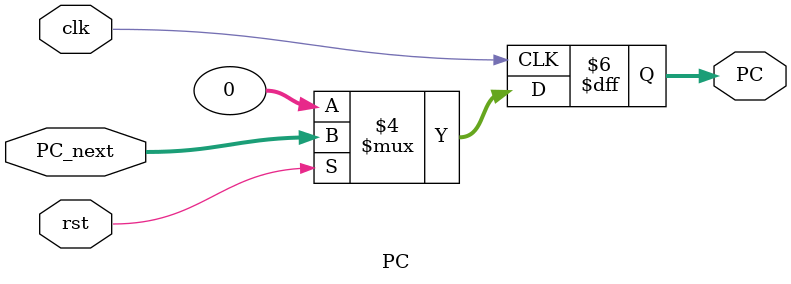
<source format=v>
module PC(PC_next,PC,rst,clk);
input [31:0]PC_next;
input clk,rst;
output reg[31:0]PC;

always @(posedge clk) begin
	if (~rst) begin
	PC<=0;
		
	end
	else begin
		PC<=PC_next;
	end
end
endmodule
</source>
